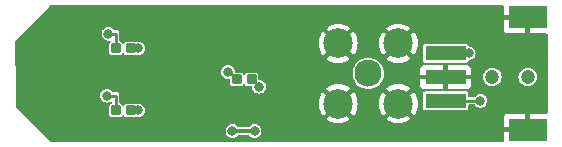
<source format=gbr>
%TF.GenerationSoftware,KiCad,Pcbnew,6.0.0-rc1-unknown-fbdb2bd91f~144~ubuntu20.04.1*%
%TF.CreationDate,2021-12-08T11:49:30+07:00*%
%TF.ProjectId,diff-probe,64696666-2d70-4726-9f62-652e6b696361,rev?*%
%TF.SameCoordinates,Original*%
%TF.FileFunction,Copper,L2,Bot*%
%TF.FilePolarity,Positive*%
%FSLAX46Y46*%
G04 Gerber Fmt 4.6, Leading zero omitted, Abs format (unit mm)*
G04 Created by KiCad (PCBNEW 6.0.0-rc1-unknown-fbdb2bd91f~144~ubuntu20.04.1) date 2021-12-08 11:49:30*
%MOMM*%
%LPD*%
G01*
G04 APERTURE LIST*
G04 Aperture macros list*
%AMRoundRect*
0 Rectangle with rounded corners*
0 $1 Rounding radius*
0 $2 $3 $4 $5 $6 $7 $8 $9 X,Y pos of 4 corners*
0 Add a 4 corners polygon primitive as box body*
4,1,4,$2,$3,$4,$5,$6,$7,$8,$9,$2,$3,0*
0 Add four circle primitives for the rounded corners*
1,1,$1+$1,$2,$3*
1,1,$1+$1,$4,$5*
1,1,$1+$1,$6,$7*
1,1,$1+$1,$8,$9*
0 Add four rect primitives between the rounded corners*
20,1,$1+$1,$2,$3,$4,$5,0*
20,1,$1+$1,$4,$5,$6,$7,0*
20,1,$1+$1,$6,$7,$8,$9,0*
20,1,$1+$1,$8,$9,$2,$3,0*%
G04 Aperture macros list end*
%TA.AperFunction,ComponentPad*%
%ADD10C,2.300000*%
%TD*%
%TA.AperFunction,ComponentPad*%
%ADD11C,2.500000*%
%TD*%
%TA.AperFunction,WasherPad*%
%ADD12C,1.200000*%
%TD*%
%TA.AperFunction,SMDPad,CuDef*%
%ADD13R,3.500000X1.200000*%
%TD*%
%TA.AperFunction,SMDPad,CuDef*%
%ADD14R,3.300000X1.900000*%
%TD*%
%TA.AperFunction,SMDPad,CuDef*%
%ADD15RoundRect,0.100000X-0.300000X-0.300000X0.300000X-0.300000X0.300000X0.300000X-0.300000X0.300000X0*%
%TD*%
%TA.AperFunction,SMDPad,CuDef*%
%ADD16RoundRect,0.100000X0.300000X0.300000X-0.300000X0.300000X-0.300000X-0.300000X0.300000X-0.300000X0*%
%TD*%
%TA.AperFunction,ViaPad*%
%ADD17C,0.800000*%
%TD*%
%TA.AperFunction,Conductor*%
%ADD18C,0.254000*%
%TD*%
%TA.AperFunction,Conductor*%
%ADD19C,0.300000*%
%TD*%
%ADD20C,0.350000*%
G04 APERTURE END LIST*
D10*
%TO.P,X2,1,1*%
%TO.N,Net-(X2-Pad1)*%
X157751100Y-98003600D03*
D11*
%TO.P,X2,2,2*%
%TO.N,GND*%
X155201200Y-95453700D03*
%TO.P,X2,3,2*%
X160301000Y-95453700D03*
%TO.P,X2,4,2*%
X160301000Y-100553500D03*
%TO.P,X2,5,2*%
X155201200Y-100553500D03*
%TD*%
D12*
%TO.P,J4,*%
%TO.N,*%
X171251100Y-98303600D03*
X168251100Y-98303600D03*
D13*
%TO.P,J4,1,1*%
%TO.N,V+*%
X164301100Y-96303600D03*
%TO.P,J4,2,2*%
%TO.N,GND*%
X164301100Y-98303600D03*
%TO.P,J4,3,3*%
%TO.N,V-*%
X164301100Y-100303600D03*
D14*
%TO.P,J4,P$4,P$1*%
%TO.N,GND*%
X171251100Y-102753600D03*
%TO.P,J4,P$5,P$1*%
X171251100Y-93253600D03*
%TD*%
D15*
%TO.P,R27,P$1,1*%
%TO.N,Net-(IC3-Pad2)*%
X136376100Y-101128600D03*
D16*
%TO.P,R27,P$2,2*%
%TO.N,Net-(IC3-Pad6)*%
X137626100Y-101128600D03*
%TD*%
D15*
%TO.P,R37,P$1,1*%
%TO.N,Net-(IC5-Pad2)*%
X136376100Y-95878600D03*
D16*
%TO.P,R37,P$2,2*%
%TO.N,Net-(IC5-Pad6)*%
X137626100Y-95878600D03*
%TD*%
D15*
%TO.P,R38,P$1,1*%
%TO.N,Net-(IC4-Pad2)*%
X146626100Y-98503600D03*
D16*
%TO.P,R38,P$2,2*%
%TO.N,Net-(IC4-Pad6)*%
X147876100Y-98503600D03*
%TD*%
D17*
%TO.N,Net-(IC3-Pad2)*%
X135626100Y-99878600D03*
%TO.N,GND*%
X172001100Y-93753600D03*
X170501100Y-103253600D03*
X172001100Y-102253600D03*
X145251100Y-101878600D03*
X170501100Y-93753600D03*
X172001100Y-103253600D03*
X131251100Y-97503600D03*
X170501100Y-92753600D03*
X150251100Y-101878600D03*
X172001100Y-92753600D03*
X154001100Y-94003600D03*
X170501100Y-102253600D03*
X131251100Y-102503600D03*
X153001100Y-97128600D03*
X144626100Y-102378600D03*
X151126100Y-101628600D03*
X142376100Y-97378600D03*
X146751100Y-93503600D03*
X142126100Y-93378600D03*
X141501100Y-98003600D03*
%TO.N,V+*%
X146251100Y-102878600D03*
X148126100Y-102878600D03*
X166251100Y-96303600D03*
%TO.N,V-*%
X167251100Y-100303600D03*
%TO.N,Net-(IC3-Pad6)*%
X138251100Y-101128600D03*
%TO.N,Net-(IC4-Pad2)*%
X145876100Y-97878600D03*
%TO.N,Net-(IC4-Pad6)*%
X148501100Y-99128600D03*
%TO.N,Net-(IC5-Pad2)*%
X135751100Y-94628600D03*
%TO.N,Net-(IC5-Pad6)*%
X138251100Y-95878600D03*
%TD*%
D18*
%TO.N,Net-(IC3-Pad2)*%
X136376100Y-99878600D02*
X135626100Y-99878600D01*
X136376100Y-101128600D02*
X136376100Y-99878600D01*
%TO.N,GND*%
X172001100Y-92753600D02*
X171251100Y-93253600D01*
X172001100Y-102253600D02*
X171251100Y-102753600D01*
X170501100Y-103253600D02*
X171251100Y-102753600D01*
X170501100Y-93753600D02*
X171251100Y-93253600D01*
X172001100Y-93753600D02*
X171251100Y-93253600D01*
X170501100Y-92753600D02*
X171251100Y-93253600D01*
X172001100Y-103253600D02*
X172001100Y-102253600D01*
X170501100Y-102253600D02*
X171251100Y-102753600D01*
D19*
%TO.N,V+*%
X146251100Y-102878600D02*
X148126100Y-102878600D01*
D18*
X164301100Y-96303600D02*
X166251100Y-96303600D01*
%TO.N,V-*%
X164301100Y-100303600D02*
X167251100Y-100303600D01*
%TO.N,Net-(IC3-Pad6)*%
X137626100Y-101128600D02*
X138251100Y-101128600D01*
%TO.N,Net-(IC4-Pad2)*%
X146001100Y-97878600D02*
X146626100Y-98503600D01*
X145876100Y-97878600D02*
X146001100Y-97878600D01*
%TO.N,Net-(IC4-Pad6)*%
X148501100Y-99128600D02*
X147876100Y-98503600D01*
%TO.N,Net-(IC5-Pad2)*%
X135751100Y-94628600D02*
X136376100Y-94628600D01*
X136376100Y-94628600D02*
X136376100Y-95878600D01*
%TO.N,Net-(IC5-Pad6)*%
X138251100Y-95878600D02*
X137626100Y-95878600D01*
%TD*%
%TA.AperFunction,Conductor*%
%TO.N,GND*%
G36*
X169170201Y-92223837D02*
G01*
X169199786Y-92275079D01*
X169201100Y-92290100D01*
X169201100Y-93038349D01*
X169205352Y-93050032D01*
X169211532Y-93053600D01*
X171364600Y-93053600D01*
X171420201Y-93073837D01*
X171449786Y-93125079D01*
X171451100Y-93140100D01*
X171451100Y-94588348D01*
X171455352Y-94600031D01*
X171461532Y-94603599D01*
X172839600Y-94603599D01*
X172895201Y-94623836D01*
X172924786Y-94675078D01*
X172926100Y-94690099D01*
X172926100Y-101317100D01*
X172905863Y-101372701D01*
X172854621Y-101402286D01*
X172839600Y-101403600D01*
X171466351Y-101403600D01*
X171454668Y-101407852D01*
X171451100Y-101414032D01*
X171451100Y-102867100D01*
X171430863Y-102922701D01*
X171379621Y-102952286D01*
X171364600Y-102953600D01*
X169216352Y-102953600D01*
X169204669Y-102957852D01*
X169201101Y-102964032D01*
X169201101Y-103717100D01*
X169180864Y-103772701D01*
X169129622Y-103802286D01*
X169114601Y-103803600D01*
X130932606Y-103803600D01*
X130887411Y-103790854D01*
X130862721Y-103775724D01*
X130851744Y-103767749D01*
X130761587Y-103690746D01*
X130761586Y-103690746D01*
X130749939Y-103680798D01*
X130746476Y-103672439D01*
X130736526Y-103668317D01*
X130727047Y-103658838D01*
X130725213Y-103656922D01*
X130724941Y-103656732D01*
X129946809Y-102878600D01*
X145667810Y-102878600D01*
X145687685Y-103029567D01*
X145745956Y-103170245D01*
X145749407Y-103174743D01*
X145749408Y-103174744D01*
X145789611Y-103227137D01*
X145838652Y-103291048D01*
X145959455Y-103383744D01*
X146100133Y-103442015D01*
X146105752Y-103442755D01*
X146105753Y-103442755D01*
X146245479Y-103461150D01*
X146251100Y-103461890D01*
X146256721Y-103461150D01*
X146396447Y-103442755D01*
X146396448Y-103442755D01*
X146402067Y-103442015D01*
X146542745Y-103383744D01*
X146663548Y-103291048D01*
X146702149Y-103240742D01*
X146752052Y-103208950D01*
X146770774Y-103206900D01*
X147606426Y-103206900D01*
X147662027Y-103227137D01*
X147675050Y-103240741D01*
X147713652Y-103291048D01*
X147834455Y-103383744D01*
X147975133Y-103442015D01*
X147980752Y-103442755D01*
X147980753Y-103442755D01*
X148120479Y-103461150D01*
X148126100Y-103461890D01*
X148131721Y-103461150D01*
X148271447Y-103442755D01*
X148271448Y-103442755D01*
X148277067Y-103442015D01*
X148417745Y-103383744D01*
X148538548Y-103291048D01*
X148587589Y-103227137D01*
X148627792Y-103174744D01*
X148627793Y-103174743D01*
X148631244Y-103170245D01*
X148689515Y-103029567D01*
X148709390Y-102878600D01*
X148689515Y-102727633D01*
X148631244Y-102586955D01*
X148603118Y-102550300D01*
X148593948Y-102538349D01*
X169201100Y-102538349D01*
X169205352Y-102550032D01*
X169211532Y-102553600D01*
X171035849Y-102553600D01*
X171047532Y-102549348D01*
X171051100Y-102543168D01*
X171051100Y-101418852D01*
X171046848Y-101407169D01*
X171040668Y-101403601D01*
X169573016Y-101403601D01*
X169566264Y-101404132D01*
X169482680Y-101417370D01*
X169469883Y-101421527D01*
X169369121Y-101472868D01*
X169358242Y-101480772D01*
X169278272Y-101560742D01*
X169270368Y-101571621D01*
X169219025Y-101672388D01*
X169214870Y-101685175D01*
X169201631Y-101768765D01*
X169201100Y-101775514D01*
X169201100Y-102538349D01*
X148593948Y-102538349D01*
X148542001Y-102470652D01*
X148538548Y-102466152D01*
X148417745Y-102373456D01*
X148277067Y-102315185D01*
X148271448Y-102314445D01*
X148271447Y-102314445D01*
X148131721Y-102296050D01*
X148126100Y-102295310D01*
X148120479Y-102296050D01*
X147980753Y-102314445D01*
X147980752Y-102314445D01*
X147975133Y-102315185D01*
X147834455Y-102373456D01*
X147713652Y-102466152D01*
X147710199Y-102470652D01*
X147675051Y-102516458D01*
X147625148Y-102548250D01*
X147606426Y-102550300D01*
X146770774Y-102550300D01*
X146715173Y-102530063D01*
X146702149Y-102516458D01*
X146667001Y-102470652D01*
X146663548Y-102466152D01*
X146542745Y-102373456D01*
X146402067Y-102315185D01*
X146396448Y-102314445D01*
X146396447Y-102314445D01*
X146256721Y-102296050D01*
X146251100Y-102295310D01*
X146245479Y-102296050D01*
X146105753Y-102314445D01*
X146105752Y-102314445D01*
X146100133Y-102315185D01*
X145959455Y-102373456D01*
X145838652Y-102466152D01*
X145835199Y-102470652D01*
X145774083Y-102550300D01*
X145745956Y-102586955D01*
X145687685Y-102727633D01*
X145667810Y-102878600D01*
X129946809Y-102878600D01*
X128922819Y-101854609D01*
X154188947Y-101854609D01*
X154190421Y-101860108D01*
X154225775Y-101890303D01*
X154231253Y-101894282D01*
X154446900Y-102026431D01*
X154452936Y-102029506D01*
X154686609Y-102126297D01*
X154693048Y-102128389D01*
X154938983Y-102187432D01*
X154945672Y-102188492D01*
X155197807Y-102208335D01*
X155204593Y-102208335D01*
X155456728Y-102188492D01*
X155463417Y-102187432D01*
X155709352Y-102128389D01*
X155715791Y-102126297D01*
X155949464Y-102029506D01*
X155955500Y-102026431D01*
X156171147Y-101894282D01*
X156176625Y-101890303D01*
X156207385Y-101864031D01*
X156212716Y-101854609D01*
X159288747Y-101854609D01*
X159290221Y-101860108D01*
X159325575Y-101890303D01*
X159331053Y-101894282D01*
X159546700Y-102026431D01*
X159552736Y-102029506D01*
X159786409Y-102126297D01*
X159792848Y-102128389D01*
X160038783Y-102187432D01*
X160045472Y-102188492D01*
X160297607Y-102208335D01*
X160304393Y-102208335D01*
X160556528Y-102188492D01*
X160563217Y-102187432D01*
X160809152Y-102128389D01*
X160815591Y-102126297D01*
X161049264Y-102029506D01*
X161055300Y-102026431D01*
X161270947Y-101894282D01*
X161276425Y-101890303D01*
X161307185Y-101864031D01*
X161313308Y-101853209D01*
X161312271Y-101847614D01*
X160311785Y-100847128D01*
X160300517Y-100841873D01*
X160293622Y-100843721D01*
X159294002Y-101843341D01*
X159288747Y-101854609D01*
X156212716Y-101854609D01*
X156213508Y-101853209D01*
X156212471Y-101847614D01*
X155211985Y-100847128D01*
X155200717Y-100841873D01*
X155193822Y-100843721D01*
X154194202Y-101843341D01*
X154188947Y-101854609D01*
X128922819Y-101854609D01*
X127970551Y-100902341D01*
X127945234Y-100842941D01*
X127925554Y-99878600D01*
X135042810Y-99878600D01*
X135062685Y-100029567D01*
X135120956Y-100170245D01*
X135213652Y-100291048D01*
X135334455Y-100383744D01*
X135475133Y-100442015D01*
X135480752Y-100442755D01*
X135480753Y-100442755D01*
X135620479Y-100461150D01*
X135626100Y-100461890D01*
X135631721Y-100461150D01*
X135771447Y-100442755D01*
X135771448Y-100442755D01*
X135777067Y-100442015D01*
X135917745Y-100383744D01*
X135931641Y-100373081D01*
X135988071Y-100355287D01*
X136042737Y-100377929D01*
X136070060Y-100430413D01*
X136070800Y-100441705D01*
X136070800Y-100471681D01*
X136050563Y-100527282D01*
X136010421Y-100553038D01*
X136010487Y-100553187D01*
X135975288Y-100568822D01*
X135923040Y-100592029D01*
X135923038Y-100592031D01*
X135915738Y-100595273D01*
X135842493Y-100668646D01*
X135800573Y-100763468D01*
X135797800Y-100787251D01*
X135797801Y-101469948D01*
X135800687Y-101494213D01*
X135803321Y-101500144D01*
X135803322Y-101500146D01*
X135839529Y-101581660D01*
X135839530Y-101581661D01*
X135842773Y-101588962D01*
X135848428Y-101594607D01*
X135910201Y-101656272D01*
X135916146Y-101662207D01*
X136010968Y-101704127D01*
X136034751Y-101706900D01*
X136372058Y-101706900D01*
X136717448Y-101706899D01*
X136719983Y-101706597D01*
X136719991Y-101706597D01*
X136727870Y-101705659D01*
X136741713Y-101704013D01*
X136747644Y-101701379D01*
X136747646Y-101701378D01*
X136829160Y-101665171D01*
X136829162Y-101665169D01*
X136836462Y-101661927D01*
X136909707Y-101588554D01*
X136922006Y-101560734D01*
X136962996Y-101518062D01*
X137021825Y-101511723D01*
X137070966Y-101544680D01*
X137080172Y-101560593D01*
X137092773Y-101588962D01*
X137098428Y-101594607D01*
X137160201Y-101656272D01*
X137166146Y-101662207D01*
X137260968Y-101704127D01*
X137284751Y-101706900D01*
X137622058Y-101706900D01*
X137967448Y-101706899D01*
X137969983Y-101706597D01*
X137969991Y-101706597D01*
X137977870Y-101705659D01*
X137991713Y-101704013D01*
X137997644Y-101701379D01*
X137997646Y-101701378D01*
X138024085Y-101689634D01*
X138083114Y-101685558D01*
X138092287Y-101688765D01*
X138100133Y-101692015D01*
X138105752Y-101692755D01*
X138105753Y-101692755D01*
X138245479Y-101711150D01*
X138251100Y-101711890D01*
X138256721Y-101711150D01*
X138396447Y-101692755D01*
X138396448Y-101692755D01*
X138402067Y-101692015D01*
X138542745Y-101633744D01*
X138601638Y-101588554D01*
X138659048Y-101544501D01*
X138663548Y-101541048D01*
X138756244Y-101420245D01*
X138814515Y-101279567D01*
X138834390Y-101128600D01*
X138814515Y-100977633D01*
X138756244Y-100836955D01*
X138739948Y-100815717D01*
X138667001Y-100720652D01*
X138663548Y-100716152D01*
X138611156Y-100675950D01*
X138547244Y-100626908D01*
X138547243Y-100626907D01*
X138542745Y-100623456D01*
X138402067Y-100565185D01*
X138396448Y-100564445D01*
X138396447Y-100564445D01*
X138339083Y-100556893D01*
X153546365Y-100556893D01*
X153566208Y-100809028D01*
X153567268Y-100815717D01*
X153626311Y-101061652D01*
X153628403Y-101068091D01*
X153725194Y-101301764D01*
X153728269Y-101307800D01*
X153860418Y-101523447D01*
X153864397Y-101528925D01*
X153890669Y-101559685D01*
X153901491Y-101565808D01*
X153907086Y-101564771D01*
X154907572Y-100564285D01*
X154912376Y-100553983D01*
X155489573Y-100553983D01*
X155491421Y-100560878D01*
X156491041Y-101560498D01*
X156502309Y-101565753D01*
X156507808Y-101564279D01*
X156538003Y-101528925D01*
X156541982Y-101523447D01*
X156674131Y-101307800D01*
X156677206Y-101301764D01*
X156773997Y-101068091D01*
X156776089Y-101061652D01*
X156835132Y-100815717D01*
X156836192Y-100809028D01*
X156856035Y-100556893D01*
X158646165Y-100556893D01*
X158666008Y-100809028D01*
X158667068Y-100815717D01*
X158726111Y-101061652D01*
X158728203Y-101068091D01*
X158824994Y-101301764D01*
X158828069Y-101307800D01*
X158960218Y-101523447D01*
X158964197Y-101528925D01*
X158990469Y-101559685D01*
X159001291Y-101565808D01*
X159006886Y-101564771D01*
X160007372Y-100564285D01*
X160012176Y-100553983D01*
X160589373Y-100553983D01*
X160591221Y-100560878D01*
X161590841Y-101560498D01*
X161602109Y-101565753D01*
X161607608Y-101564279D01*
X161637803Y-101528925D01*
X161641782Y-101523447D01*
X161773931Y-101307800D01*
X161777006Y-101301764D01*
X161873797Y-101068091D01*
X161875889Y-101061652D01*
X161934932Y-100815717D01*
X161935992Y-100809028D01*
X161955835Y-100556893D01*
X161955835Y-100550107D01*
X161935992Y-100297972D01*
X161934932Y-100291283D01*
X161875889Y-100045348D01*
X161873797Y-100038909D01*
X161777006Y-99805236D01*
X161773931Y-99799200D01*
X161704586Y-99686039D01*
X162372800Y-99686039D01*
X162372801Y-100921160D01*
X162383145Y-100973169D01*
X162422553Y-101032147D01*
X162481531Y-101071555D01*
X162533539Y-101081900D01*
X164300683Y-101081900D01*
X166068660Y-101081899D01*
X166120669Y-101071555D01*
X166179647Y-101032147D01*
X166219055Y-100973169D01*
X166229400Y-100921161D01*
X166229400Y-100695400D01*
X166249637Y-100639799D01*
X166300879Y-100610214D01*
X166315900Y-100608900D01*
X166713777Y-100608900D01*
X166769378Y-100629137D01*
X166782402Y-100642742D01*
X166838652Y-100716048D01*
X166843152Y-100719501D01*
X166906580Y-100768171D01*
X166959455Y-100808744D01*
X167100133Y-100867015D01*
X167105752Y-100867755D01*
X167105753Y-100867755D01*
X167245479Y-100886150D01*
X167251100Y-100886890D01*
X167256721Y-100886150D01*
X167396447Y-100867755D01*
X167396448Y-100867755D01*
X167402067Y-100867015D01*
X167542745Y-100808744D01*
X167595621Y-100768171D01*
X167659048Y-100719501D01*
X167663548Y-100716048D01*
X167694315Y-100675952D01*
X167752792Y-100599744D01*
X167752793Y-100599743D01*
X167756244Y-100595245D01*
X167814515Y-100454567D01*
X167816168Y-100442015D01*
X167833650Y-100309221D01*
X167834390Y-100303600D01*
X167814515Y-100152633D01*
X167756244Y-100011955D01*
X167689202Y-99924584D01*
X167667001Y-99895652D01*
X167663548Y-99891152D01*
X167542745Y-99798456D01*
X167402067Y-99740185D01*
X167396448Y-99739445D01*
X167396447Y-99739445D01*
X167256721Y-99721050D01*
X167251100Y-99720310D01*
X167245479Y-99721050D01*
X167105753Y-99739445D01*
X167105752Y-99739445D01*
X167100133Y-99740185D01*
X166959455Y-99798456D01*
X166838652Y-99891152D01*
X166835199Y-99895652D01*
X166782402Y-99964458D01*
X166732499Y-99996250D01*
X166713777Y-99998300D01*
X166315899Y-99998300D01*
X166260298Y-99978063D01*
X166230713Y-99926821D01*
X166229399Y-99911800D01*
X166229399Y-99686040D01*
X166219055Y-99634031D01*
X166179647Y-99575053D01*
X166120669Y-99535645D01*
X166068661Y-99525300D01*
X164301517Y-99525300D01*
X162533540Y-99525301D01*
X162481531Y-99535645D01*
X162422553Y-99575053D01*
X162383145Y-99634031D01*
X162372800Y-99686039D01*
X161704586Y-99686039D01*
X161641782Y-99583553D01*
X161637803Y-99578075D01*
X161611531Y-99547315D01*
X161600709Y-99541192D01*
X161595114Y-99542229D01*
X160594628Y-100542715D01*
X160589373Y-100553983D01*
X160012176Y-100553983D01*
X160012627Y-100553017D01*
X160010779Y-100546122D01*
X159011159Y-99546502D01*
X158999891Y-99541247D01*
X158994392Y-99542721D01*
X158964197Y-99578075D01*
X158960218Y-99583553D01*
X158828069Y-99799200D01*
X158824994Y-99805236D01*
X158728203Y-100038909D01*
X158726111Y-100045348D01*
X158667068Y-100291283D01*
X158666008Y-100297972D01*
X158646165Y-100550107D01*
X158646165Y-100556893D01*
X156856035Y-100556893D01*
X156856035Y-100550107D01*
X156836192Y-100297972D01*
X156835132Y-100291283D01*
X156776089Y-100045348D01*
X156773997Y-100038909D01*
X156677206Y-99805236D01*
X156674131Y-99799200D01*
X156541982Y-99583553D01*
X156538003Y-99578075D01*
X156511731Y-99547315D01*
X156500909Y-99541192D01*
X156495314Y-99542229D01*
X155494828Y-100542715D01*
X155489573Y-100553983D01*
X154912376Y-100553983D01*
X154912827Y-100553017D01*
X154910979Y-100546122D01*
X153911359Y-99546502D01*
X153900091Y-99541247D01*
X153894592Y-99542721D01*
X153864397Y-99578075D01*
X153860418Y-99583553D01*
X153728269Y-99799200D01*
X153725194Y-99805236D01*
X153628403Y-100038909D01*
X153626311Y-100045348D01*
X153567268Y-100291283D01*
X153566208Y-100297972D01*
X153546365Y-100550107D01*
X153546365Y-100556893D01*
X138339083Y-100556893D01*
X138256721Y-100546050D01*
X138251100Y-100545310D01*
X138245479Y-100546050D01*
X138105753Y-100564445D01*
X138105752Y-100564445D01*
X138100133Y-100565185D01*
X138092263Y-100568445D01*
X138090546Y-100568520D01*
X138089419Y-100568822D01*
X138089352Y-100568572D01*
X138033151Y-100571025D01*
X138024186Y-100567642D01*
X138023535Y-100567354D01*
X137991232Y-100553073D01*
X137984772Y-100552320D01*
X137984769Y-100552319D01*
X137969936Y-100550590D01*
X137967449Y-100550300D01*
X137630142Y-100550300D01*
X137284752Y-100550301D01*
X137282217Y-100550603D01*
X137282209Y-100550603D01*
X137274330Y-100551541D01*
X137260487Y-100553187D01*
X137254556Y-100555821D01*
X137254554Y-100555822D01*
X137173040Y-100592029D01*
X137173038Y-100592031D01*
X137165738Y-100595273D01*
X137092493Y-100668646D01*
X137089264Y-100675950D01*
X137089263Y-100675952D01*
X137080194Y-100696466D01*
X137039204Y-100739138D01*
X136980375Y-100745477D01*
X136931234Y-100712520D01*
X136922028Y-100696607D01*
X136912670Y-100675539D01*
X136909427Y-100668238D01*
X136849985Y-100608900D01*
X136841707Y-100600636D01*
X136836054Y-100594993D01*
X136743291Y-100553983D01*
X136741232Y-100553073D01*
X136741465Y-100552546D01*
X136696826Y-100520997D01*
X136681400Y-100471694D01*
X136681400Y-99934322D01*
X136682781Y-99924584D01*
X136682205Y-99924527D01*
X136682984Y-99916580D01*
X136685206Y-99908908D01*
X136681723Y-99868694D01*
X136681400Y-99861230D01*
X136681400Y-99850207D01*
X136679783Y-99841522D01*
X136678646Y-99833166D01*
X136676081Y-99803555D01*
X136675392Y-99795599D01*
X136671886Y-99788426D01*
X136669945Y-99781427D01*
X136667327Y-99774642D01*
X136665864Y-99766789D01*
X136646077Y-99734688D01*
X136642001Y-99727289D01*
X136638589Y-99720310D01*
X136625445Y-99693420D01*
X136619590Y-99687989D01*
X136615255Y-99682152D01*
X136610375Y-99676770D01*
X136606185Y-99669972D01*
X136576177Y-99647153D01*
X136569708Y-99641716D01*
X136547917Y-99621502D01*
X136547916Y-99621501D01*
X136542063Y-99616072D01*
X136534645Y-99613112D01*
X136528506Y-99609232D01*
X136522013Y-99605966D01*
X136515653Y-99601130D01*
X136479438Y-99590642D01*
X136471448Y-99587899D01*
X136469082Y-99586955D01*
X136436427Y-99573927D01*
X136430032Y-99573300D01*
X136427947Y-99573300D01*
X136422045Y-99572316D01*
X136422027Y-99572495D01*
X136414080Y-99571716D01*
X136406408Y-99569494D01*
X136398451Y-99570183D01*
X136398450Y-99570183D01*
X136366194Y-99572977D01*
X136358730Y-99573300D01*
X136163423Y-99573300D01*
X136107822Y-99553063D01*
X136094798Y-99539458D01*
X136042001Y-99470652D01*
X136038548Y-99466152D01*
X136034048Y-99462699D01*
X135922244Y-99376908D01*
X135922243Y-99376907D01*
X135917745Y-99373456D01*
X135777067Y-99315185D01*
X135771448Y-99314445D01*
X135771447Y-99314445D01*
X135631721Y-99296050D01*
X135626100Y-99295310D01*
X135620479Y-99296050D01*
X135480753Y-99314445D01*
X135480752Y-99314445D01*
X135475133Y-99315185D01*
X135334455Y-99373456D01*
X135329957Y-99376907D01*
X135329956Y-99376908D01*
X135218152Y-99462699D01*
X135213652Y-99466152D01*
X135210199Y-99470652D01*
X135132052Y-99572495D01*
X135120956Y-99586955D01*
X135062685Y-99727633D01*
X135061945Y-99733252D01*
X135061945Y-99733253D01*
X135060747Y-99742354D01*
X135042810Y-99878600D01*
X127925554Y-99878600D01*
X127884738Y-97878600D01*
X145292810Y-97878600D01*
X145312685Y-98029567D01*
X145370956Y-98170245D01*
X145463652Y-98291048D01*
X145584455Y-98383744D01*
X145725133Y-98442015D01*
X145730752Y-98442755D01*
X145730753Y-98442755D01*
X145870479Y-98461150D01*
X145876100Y-98461890D01*
X145881721Y-98461150D01*
X145950010Y-98452160D01*
X146007777Y-98464967D01*
X146043797Y-98511909D01*
X146047800Y-98537920D01*
X146047801Y-98712699D01*
X146047801Y-98844948D01*
X146050687Y-98869213D01*
X146053321Y-98875144D01*
X146053322Y-98875146D01*
X146089529Y-98956660D01*
X146089530Y-98956661D01*
X146092773Y-98963962D01*
X146098428Y-98969607D01*
X146160201Y-99031272D01*
X146166146Y-99037207D01*
X146260968Y-99079127D01*
X146267426Y-99079880D01*
X146274507Y-99080706D01*
X146284751Y-99081900D01*
X146622058Y-99081900D01*
X146967448Y-99081899D01*
X146969983Y-99081597D01*
X146969991Y-99081597D01*
X146978630Y-99080569D01*
X146991713Y-99079013D01*
X146997644Y-99076379D01*
X146997646Y-99076378D01*
X147079160Y-99040171D01*
X147079162Y-99040169D01*
X147086462Y-99036927D01*
X147145653Y-98977633D01*
X147154064Y-98969207D01*
X147159707Y-98963554D01*
X147172006Y-98935734D01*
X147212996Y-98893062D01*
X147271825Y-98886723D01*
X147320966Y-98919680D01*
X147330172Y-98935593D01*
X147342773Y-98963962D01*
X147348428Y-98969607D01*
X147410201Y-99031272D01*
X147416146Y-99037207D01*
X147510968Y-99079127D01*
X147517426Y-99079880D01*
X147524507Y-99080706D01*
X147534751Y-99081900D01*
X147545501Y-99081900D01*
X147835804Y-99081899D01*
X147891404Y-99102136D01*
X147921563Y-99157108D01*
X147935591Y-99263659D01*
X147937685Y-99279567D01*
X147995956Y-99420245D01*
X148088652Y-99541048D01*
X148093152Y-99544501D01*
X148200596Y-99626946D01*
X148209455Y-99633744D01*
X148350133Y-99692015D01*
X148355752Y-99692755D01*
X148355753Y-99692755D01*
X148495479Y-99711150D01*
X148501100Y-99711890D01*
X148506721Y-99711150D01*
X148646447Y-99692755D01*
X148646448Y-99692755D01*
X148652067Y-99692015D01*
X148792745Y-99633744D01*
X148801605Y-99626946D01*
X148909048Y-99544501D01*
X148913548Y-99541048D01*
X149006244Y-99420245D01*
X149064515Y-99279567D01*
X149067909Y-99253791D01*
X154188892Y-99253791D01*
X154189929Y-99259386D01*
X155190415Y-100259872D01*
X155201683Y-100265127D01*
X155208578Y-100263279D01*
X156208198Y-99263659D01*
X156213453Y-99252391D01*
X156211979Y-99246892D01*
X156176625Y-99216697D01*
X156171147Y-99212718D01*
X155955500Y-99080569D01*
X155949464Y-99077494D01*
X155715791Y-98980703D01*
X155709352Y-98978611D01*
X155463417Y-98919568D01*
X155456728Y-98918508D01*
X155204593Y-98898665D01*
X155197807Y-98898665D01*
X154945672Y-98918508D01*
X154938983Y-98919568D01*
X154693048Y-98978611D01*
X154686609Y-98980703D01*
X154452936Y-99077494D01*
X154446900Y-99080569D01*
X154231253Y-99212718D01*
X154225775Y-99216697D01*
X154195015Y-99242969D01*
X154188892Y-99253791D01*
X149067909Y-99253791D01*
X149083650Y-99134221D01*
X149084390Y-99128600D01*
X149067815Y-99002696D01*
X149065255Y-98983253D01*
X149065255Y-98983252D01*
X149064515Y-98977633D01*
X149006244Y-98836955D01*
X148913548Y-98716152D01*
X148842469Y-98661611D01*
X148797244Y-98626908D01*
X148797243Y-98626907D01*
X148792745Y-98623456D01*
X148652067Y-98565185D01*
X148646450Y-98564445D01*
X148646448Y-98564445D01*
X148529609Y-98549063D01*
X148477125Y-98521741D01*
X148454400Y-98463303D01*
X148454399Y-98164816D01*
X148454399Y-98162252D01*
X148451513Y-98137987D01*
X148448000Y-98130078D01*
X148412671Y-98050540D01*
X148412669Y-98050538D01*
X148409427Y-98043238D01*
X148369720Y-98003600D01*
X156417726Y-98003600D01*
X156418055Y-98007360D01*
X156432306Y-98170245D01*
X156437983Y-98235138D01*
X156498138Y-98459641D01*
X156499732Y-98463060D01*
X156499733Y-98463062D01*
X156518636Y-98503600D01*
X156596364Y-98670287D01*
X156598526Y-98673375D01*
X156598528Y-98673378D01*
X156727509Y-98857582D01*
X156727512Y-98857586D01*
X156729676Y-98860676D01*
X156894024Y-99025024D01*
X156897114Y-99027188D01*
X156897118Y-99027191D01*
X157067449Y-99146458D01*
X157084413Y-99158336D01*
X157087830Y-99159929D01*
X157087831Y-99159930D01*
X157291638Y-99254967D01*
X157291640Y-99254968D01*
X157295059Y-99256562D01*
X157298704Y-99257539D01*
X157298705Y-99257539D01*
X157359941Y-99273947D01*
X157519562Y-99316717D01*
X157523318Y-99317046D01*
X157523320Y-99317046D01*
X157747340Y-99336645D01*
X157751100Y-99336974D01*
X157754860Y-99336645D01*
X157978880Y-99317046D01*
X157978882Y-99317046D01*
X157982638Y-99316717D01*
X158142259Y-99273947D01*
X158203495Y-99257539D01*
X158203496Y-99257539D01*
X158207141Y-99256562D01*
X158210560Y-99254968D01*
X158210562Y-99254967D01*
X158213084Y-99253791D01*
X159288692Y-99253791D01*
X159289729Y-99259386D01*
X160290215Y-100259872D01*
X160301483Y-100265127D01*
X160308378Y-100263279D01*
X161307998Y-99263659D01*
X161313253Y-99252391D01*
X161311779Y-99246892D01*
X161276425Y-99216697D01*
X161270947Y-99212718D01*
X161055300Y-99080569D01*
X161049264Y-99077494D01*
X160815591Y-98980703D01*
X160809152Y-98978611D01*
X160613684Y-98931684D01*
X162151101Y-98931684D01*
X162151632Y-98938436D01*
X162164870Y-99022020D01*
X162169027Y-99034817D01*
X162220368Y-99135579D01*
X162228272Y-99146458D01*
X162308242Y-99226428D01*
X162319121Y-99234332D01*
X162419888Y-99285675D01*
X162432675Y-99289830D01*
X162516265Y-99303069D01*
X162523014Y-99303600D01*
X164085849Y-99303600D01*
X164097532Y-99299348D01*
X164101100Y-99293168D01*
X164101100Y-99288348D01*
X164501100Y-99288348D01*
X164505352Y-99300031D01*
X164511532Y-99303599D01*
X166079184Y-99303599D01*
X166085936Y-99303068D01*
X166169520Y-99289830D01*
X166182317Y-99285673D01*
X166283079Y-99234332D01*
X166293958Y-99226428D01*
X166373928Y-99146458D01*
X166381832Y-99135579D01*
X166433175Y-99034812D01*
X166437330Y-99022025D01*
X166450569Y-98938435D01*
X166451100Y-98931686D01*
X166451100Y-98518851D01*
X166446848Y-98507168D01*
X166440668Y-98503600D01*
X164516351Y-98503600D01*
X164504668Y-98507852D01*
X164501100Y-98514032D01*
X164501100Y-99288348D01*
X164101100Y-99288348D01*
X164101100Y-98518851D01*
X164096848Y-98507168D01*
X164090668Y-98503600D01*
X162166352Y-98503600D01*
X162154669Y-98507852D01*
X162151101Y-98514032D01*
X162151101Y-98931684D01*
X160613684Y-98931684D01*
X160563217Y-98919568D01*
X160556528Y-98918508D01*
X160304393Y-98898665D01*
X160297607Y-98898665D01*
X160045472Y-98918508D01*
X160038783Y-98919568D01*
X159792848Y-98978611D01*
X159786409Y-98980703D01*
X159552736Y-99077494D01*
X159546700Y-99080569D01*
X159331053Y-99212718D01*
X159325575Y-99216697D01*
X159294815Y-99242969D01*
X159288692Y-99253791D01*
X158213084Y-99253791D01*
X158414369Y-99159930D01*
X158414370Y-99159929D01*
X158417787Y-99158336D01*
X158434751Y-99146458D01*
X158605082Y-99027191D01*
X158605086Y-99027188D01*
X158608176Y-99025024D01*
X158772524Y-98860676D01*
X158774688Y-98857586D01*
X158774691Y-98857582D01*
X158903672Y-98673378D01*
X158903674Y-98673375D01*
X158905836Y-98670287D01*
X158983564Y-98503600D01*
X159002467Y-98463062D01*
X159002468Y-98463060D01*
X159004062Y-98459641D01*
X159048803Y-98292664D01*
X167467951Y-98292664D01*
X167468423Y-98297478D01*
X167468423Y-98297482D01*
X167484323Y-98459641D01*
X167484990Y-98466442D01*
X167486515Y-98471025D01*
X167486515Y-98471027D01*
X167538579Y-98627535D01*
X167540106Y-98632125D01*
X167630559Y-98781481D01*
X167633917Y-98784958D01*
X167732191Y-98886723D01*
X167751854Y-98907085D01*
X167755898Y-98909731D01*
X167755900Y-98909733D01*
X167893920Y-99000052D01*
X167893923Y-99000053D01*
X167897961Y-99002696D01*
X167902488Y-99004380D01*
X167902489Y-99004380D01*
X167999442Y-99040436D01*
X168061621Y-99063560D01*
X168066416Y-99064200D01*
X168066417Y-99064200D01*
X168104888Y-99069333D01*
X168234697Y-99086653D01*
X168239511Y-99086215D01*
X168239514Y-99086215D01*
X168321643Y-99078740D01*
X168408589Y-99070828D01*
X168413189Y-99069333D01*
X168413191Y-99069333D01*
X168570051Y-99018366D01*
X168570054Y-99018365D01*
X168574654Y-99016870D01*
X168724637Y-98927462D01*
X168851085Y-98807047D01*
X168947713Y-98661611D01*
X168984623Y-98564445D01*
X169008002Y-98502901D01*
X169008003Y-98502898D01*
X169009719Y-98498380D01*
X169034020Y-98325469D01*
X169034325Y-98303600D01*
X169033305Y-98294501D01*
X169033099Y-98292664D01*
X170467951Y-98292664D01*
X170468423Y-98297478D01*
X170468423Y-98297482D01*
X170484323Y-98459641D01*
X170484990Y-98466442D01*
X170486515Y-98471025D01*
X170486515Y-98471027D01*
X170538579Y-98627535D01*
X170540106Y-98632125D01*
X170630559Y-98781481D01*
X170633917Y-98784958D01*
X170732191Y-98886723D01*
X170751854Y-98907085D01*
X170755898Y-98909731D01*
X170755900Y-98909733D01*
X170893920Y-99000052D01*
X170893923Y-99000053D01*
X170897961Y-99002696D01*
X170902488Y-99004380D01*
X170902489Y-99004380D01*
X170999442Y-99040436D01*
X171061621Y-99063560D01*
X171066416Y-99064200D01*
X171066417Y-99064200D01*
X171104888Y-99069333D01*
X171234697Y-99086653D01*
X171239511Y-99086215D01*
X171239514Y-99086215D01*
X171321643Y-99078740D01*
X171408589Y-99070828D01*
X171413189Y-99069333D01*
X171413191Y-99069333D01*
X171570051Y-99018366D01*
X171570054Y-99018365D01*
X171574654Y-99016870D01*
X171724637Y-98927462D01*
X171851085Y-98807047D01*
X171947713Y-98661611D01*
X171984623Y-98564445D01*
X172008002Y-98502901D01*
X172008003Y-98502898D01*
X172009719Y-98498380D01*
X172034020Y-98325469D01*
X172034325Y-98303600D01*
X172033305Y-98294501D01*
X172015400Y-98134884D01*
X172014861Y-98130078D01*
X171957438Y-97965180D01*
X171864908Y-97817102D01*
X171741872Y-97693203D01*
X171594443Y-97599642D01*
X171517890Y-97572383D01*
X171434509Y-97542692D01*
X171434506Y-97542691D01*
X171429950Y-97541069D01*
X171343259Y-97530731D01*
X171261375Y-97520967D01*
X171261373Y-97520967D01*
X171256568Y-97520394D01*
X171215169Y-97524745D01*
X171087724Y-97538140D01*
X171087720Y-97538141D01*
X171082914Y-97538646D01*
X171046022Y-97551205D01*
X170922195Y-97593359D01*
X170922193Y-97593360D01*
X170917619Y-97594917D01*
X170768899Y-97686410D01*
X170644144Y-97808579D01*
X170641528Y-97812639D01*
X170641525Y-97812642D01*
X170595396Y-97884221D01*
X170549556Y-97955351D01*
X170547901Y-97959898D01*
X170547900Y-97959900D01*
X170495598Y-98103600D01*
X170489836Y-98119431D01*
X170467951Y-98292664D01*
X169033099Y-98292664D01*
X169015400Y-98134884D01*
X169014861Y-98130078D01*
X168957438Y-97965180D01*
X168864908Y-97817102D01*
X168741872Y-97693203D01*
X168594443Y-97599642D01*
X168517890Y-97572383D01*
X168434509Y-97542692D01*
X168434506Y-97542691D01*
X168429950Y-97541069D01*
X168343259Y-97530731D01*
X168261375Y-97520967D01*
X168261373Y-97520967D01*
X168256568Y-97520394D01*
X168215169Y-97524745D01*
X168087724Y-97538140D01*
X168087720Y-97538141D01*
X168082914Y-97538646D01*
X168046022Y-97551205D01*
X167922195Y-97593359D01*
X167922193Y-97593360D01*
X167917619Y-97594917D01*
X167768899Y-97686410D01*
X167644144Y-97808579D01*
X167641528Y-97812639D01*
X167641525Y-97812642D01*
X167595396Y-97884221D01*
X167549556Y-97955351D01*
X167547901Y-97959898D01*
X167547900Y-97959900D01*
X167495598Y-98103600D01*
X167489836Y-98119431D01*
X167467951Y-98292664D01*
X159048803Y-98292664D01*
X159064217Y-98235138D01*
X159069895Y-98170245D01*
X159077060Y-98088349D01*
X162151100Y-98088349D01*
X162155352Y-98100032D01*
X162161532Y-98103600D01*
X164085849Y-98103600D01*
X164097532Y-98099348D01*
X164101100Y-98093168D01*
X164101100Y-98088349D01*
X164501100Y-98088349D01*
X164505352Y-98100032D01*
X164511532Y-98103600D01*
X166435848Y-98103600D01*
X166447531Y-98099348D01*
X166451099Y-98093168D01*
X166451099Y-97675516D01*
X166450568Y-97668764D01*
X166437330Y-97585180D01*
X166433173Y-97572383D01*
X166381832Y-97471621D01*
X166373928Y-97460742D01*
X166293958Y-97380772D01*
X166283079Y-97372868D01*
X166182312Y-97321525D01*
X166169525Y-97317370D01*
X166085935Y-97304131D01*
X166079186Y-97303600D01*
X164516351Y-97303600D01*
X164504668Y-97307852D01*
X164501100Y-97314032D01*
X164501100Y-98088349D01*
X164101100Y-98088349D01*
X164101100Y-97318852D01*
X164096848Y-97307169D01*
X164090668Y-97303601D01*
X162523016Y-97303601D01*
X162516264Y-97304132D01*
X162432680Y-97317370D01*
X162419883Y-97321527D01*
X162319121Y-97372868D01*
X162308242Y-97380772D01*
X162228272Y-97460742D01*
X162220368Y-97471621D01*
X162169025Y-97572388D01*
X162164870Y-97585175D01*
X162151631Y-97668765D01*
X162151100Y-97675514D01*
X162151100Y-98088349D01*
X159077060Y-98088349D01*
X159084145Y-98007360D01*
X159084474Y-98003600D01*
X159068516Y-97821201D01*
X159064546Y-97775820D01*
X159064546Y-97775818D01*
X159064217Y-97772062D01*
X159004062Y-97547559D01*
X159001793Y-97542692D01*
X158907430Y-97340331D01*
X158907429Y-97340330D01*
X158905836Y-97336913D01*
X158895063Y-97321527D01*
X158774691Y-97149618D01*
X158774688Y-97149614D01*
X158772524Y-97146524D01*
X158608176Y-96982176D01*
X158605086Y-96980012D01*
X158605082Y-96980009D01*
X158420878Y-96851028D01*
X158420875Y-96851026D01*
X158417787Y-96848864D01*
X158292632Y-96790503D01*
X158216086Y-96754809D01*
X159288747Y-96754809D01*
X159290221Y-96760308D01*
X159325575Y-96790503D01*
X159331053Y-96794482D01*
X159546700Y-96926631D01*
X159552736Y-96929706D01*
X159786409Y-97026497D01*
X159792848Y-97028589D01*
X160038783Y-97087632D01*
X160045472Y-97088692D01*
X160297607Y-97108535D01*
X160304393Y-97108535D01*
X160556528Y-97088692D01*
X160563217Y-97087632D01*
X160809152Y-97028589D01*
X160815591Y-97026497D01*
X161049264Y-96929706D01*
X161055300Y-96926631D01*
X161270947Y-96794482D01*
X161276425Y-96790503D01*
X161307185Y-96764231D01*
X161313308Y-96753409D01*
X161312271Y-96747814D01*
X160311785Y-95747328D01*
X160300517Y-95742073D01*
X160293622Y-95743921D01*
X159294002Y-96743541D01*
X159288747Y-96754809D01*
X158216086Y-96754809D01*
X158210562Y-96752233D01*
X158210560Y-96752232D01*
X158207141Y-96750638D01*
X158180655Y-96743541D01*
X158090935Y-96719501D01*
X157982638Y-96690483D01*
X157978882Y-96690154D01*
X157978880Y-96690154D01*
X157754860Y-96670555D01*
X157751100Y-96670226D01*
X157747340Y-96670555D01*
X157523320Y-96690154D01*
X157523318Y-96690154D01*
X157519562Y-96690483D01*
X157411265Y-96719501D01*
X157321546Y-96743541D01*
X157295059Y-96750638D01*
X157291640Y-96752232D01*
X157291638Y-96752233D01*
X157209568Y-96790503D01*
X157084413Y-96848864D01*
X157081325Y-96851026D01*
X157081322Y-96851028D01*
X156897118Y-96980009D01*
X156897114Y-96980012D01*
X156894024Y-96982176D01*
X156729676Y-97146524D01*
X156727512Y-97149614D01*
X156727509Y-97149618D01*
X156607137Y-97321527D01*
X156596364Y-97336913D01*
X156594771Y-97340330D01*
X156594770Y-97340331D01*
X156500408Y-97542692D01*
X156498138Y-97547559D01*
X156437983Y-97772062D01*
X156437654Y-97775818D01*
X156437654Y-97775820D01*
X156433684Y-97821201D01*
X156417726Y-98003600D01*
X148369720Y-98003600D01*
X148365953Y-97999840D01*
X148341707Y-97975636D01*
X148336054Y-97969993D01*
X148241232Y-97928073D01*
X148217449Y-97925300D01*
X147880142Y-97925300D01*
X147534752Y-97925301D01*
X147532217Y-97925603D01*
X147532209Y-97925603D01*
X147524330Y-97926541D01*
X147510487Y-97928187D01*
X147504556Y-97930821D01*
X147504554Y-97930822D01*
X147423040Y-97967029D01*
X147423038Y-97967031D01*
X147415738Y-97970273D01*
X147410093Y-97975928D01*
X147351321Y-98034803D01*
X147342493Y-98043646D01*
X147339263Y-98050952D01*
X147330194Y-98071466D01*
X147289204Y-98114138D01*
X147230375Y-98120477D01*
X147181234Y-98087520D01*
X147172028Y-98071607D01*
X147162670Y-98050539D01*
X147159427Y-98043238D01*
X147115953Y-97999840D01*
X147091707Y-97975636D01*
X147086054Y-97969993D01*
X146991232Y-97928073D01*
X146967449Y-97925300D01*
X146948462Y-97925300D01*
X146541397Y-97925301D01*
X146485796Y-97905064D01*
X146455637Y-97850092D01*
X146440255Y-97733252D01*
X146440255Y-97733250D01*
X146439515Y-97727633D01*
X146381244Y-97586955D01*
X146370063Y-97572383D01*
X146292001Y-97470652D01*
X146288548Y-97466152D01*
X146281498Y-97460742D01*
X146172244Y-97376908D01*
X146172243Y-97376907D01*
X146167745Y-97373456D01*
X146027067Y-97315185D01*
X146021448Y-97314445D01*
X146021447Y-97314445D01*
X145881721Y-97296050D01*
X145876100Y-97295310D01*
X145870479Y-97296050D01*
X145730753Y-97314445D01*
X145730752Y-97314445D01*
X145725133Y-97315185D01*
X145584455Y-97373456D01*
X145579957Y-97376907D01*
X145579956Y-97376908D01*
X145470702Y-97460742D01*
X145463652Y-97466152D01*
X145460199Y-97470652D01*
X145382138Y-97572383D01*
X145370956Y-97586955D01*
X145312685Y-97727633D01*
X145292810Y-97878600D01*
X127884738Y-97878600D01*
X127861804Y-96754809D01*
X154188947Y-96754809D01*
X154190421Y-96760308D01*
X154225775Y-96790503D01*
X154231253Y-96794482D01*
X154446900Y-96926631D01*
X154452936Y-96929706D01*
X154686609Y-97026497D01*
X154693048Y-97028589D01*
X154938983Y-97087632D01*
X154945672Y-97088692D01*
X155197807Y-97108535D01*
X155204593Y-97108535D01*
X155456728Y-97088692D01*
X155463417Y-97087632D01*
X155709352Y-97028589D01*
X155715791Y-97026497D01*
X155949464Y-96929706D01*
X155955500Y-96926631D01*
X156171147Y-96794482D01*
X156176625Y-96790503D01*
X156207385Y-96764231D01*
X156213508Y-96753409D01*
X156212471Y-96747814D01*
X155211985Y-95747328D01*
X155200717Y-95742073D01*
X155193822Y-95743921D01*
X154194202Y-96743541D01*
X154188947Y-96754809D01*
X127861804Y-96754809D01*
X127831732Y-95281292D01*
X127850830Y-95225289D01*
X127857049Y-95218362D01*
X128446811Y-94628600D01*
X135167810Y-94628600D01*
X135168550Y-94634221D01*
X135177926Y-94705436D01*
X135187685Y-94779567D01*
X135245956Y-94920245D01*
X135338652Y-95041048D01*
X135343152Y-95044501D01*
X135431401Y-95112217D01*
X135459455Y-95133744D01*
X135600133Y-95192015D01*
X135605752Y-95192755D01*
X135605753Y-95192755D01*
X135745479Y-95211150D01*
X135751100Y-95211890D01*
X135756721Y-95211150D01*
X135841668Y-95199967D01*
X135899435Y-95212774D01*
X135935455Y-95259716D01*
X135932873Y-95318830D01*
X135914177Y-95346837D01*
X135842493Y-95418646D01*
X135800573Y-95513468D01*
X135797800Y-95537251D01*
X135797801Y-96219948D01*
X135800687Y-96244213D01*
X135803321Y-96250144D01*
X135803322Y-96250146D01*
X135839529Y-96331660D01*
X135839530Y-96331661D01*
X135842773Y-96338962D01*
X135848428Y-96344607D01*
X135910201Y-96406272D01*
X135916146Y-96412207D01*
X136010968Y-96454127D01*
X136034751Y-96456900D01*
X136372058Y-96456900D01*
X136717448Y-96456899D01*
X136719983Y-96456597D01*
X136719991Y-96456597D01*
X136727870Y-96455659D01*
X136741713Y-96454013D01*
X136747644Y-96451379D01*
X136747646Y-96451378D01*
X136829160Y-96415171D01*
X136829162Y-96415169D01*
X136836462Y-96411927D01*
X136909707Y-96338554D01*
X136922006Y-96310734D01*
X136962996Y-96268062D01*
X137021825Y-96261723D01*
X137070966Y-96294680D01*
X137080172Y-96310593D01*
X137092773Y-96338962D01*
X137098428Y-96344607D01*
X137160201Y-96406272D01*
X137166146Y-96412207D01*
X137260968Y-96454127D01*
X137284751Y-96456900D01*
X137622058Y-96456900D01*
X137967448Y-96456899D01*
X137969983Y-96456597D01*
X137969991Y-96456597D01*
X137977870Y-96455659D01*
X137991713Y-96454013D01*
X137997644Y-96451379D01*
X137997646Y-96451378D01*
X138024085Y-96439634D01*
X138083114Y-96435558D01*
X138092287Y-96438765D01*
X138100133Y-96442015D01*
X138105752Y-96442755D01*
X138105753Y-96442755D01*
X138245479Y-96461150D01*
X138251100Y-96461890D01*
X138256721Y-96461150D01*
X138396447Y-96442755D01*
X138396448Y-96442755D01*
X138402067Y-96442015D01*
X138542745Y-96383744D01*
X138601638Y-96338554D01*
X138659048Y-96294501D01*
X138663548Y-96291048D01*
X138720073Y-96217384D01*
X138752792Y-96174744D01*
X138752793Y-96174743D01*
X138756244Y-96170245D01*
X138814515Y-96029567D01*
X138834390Y-95878600D01*
X138816416Y-95742073D01*
X138815255Y-95733253D01*
X138815255Y-95733252D01*
X138814515Y-95727633D01*
X138756244Y-95586955D01*
X138723191Y-95543879D01*
X138667001Y-95470652D01*
X138663548Y-95466152D01*
X138651742Y-95457093D01*
X153546365Y-95457093D01*
X153566208Y-95709228D01*
X153567268Y-95715917D01*
X153626311Y-95961852D01*
X153628403Y-95968291D01*
X153725194Y-96201964D01*
X153728269Y-96208000D01*
X153860418Y-96423647D01*
X153864397Y-96429125D01*
X153890669Y-96459885D01*
X153901491Y-96466008D01*
X153907086Y-96464971D01*
X154907572Y-95464485D01*
X154912376Y-95454183D01*
X155489573Y-95454183D01*
X155491421Y-95461078D01*
X156491041Y-96460698D01*
X156502309Y-96465953D01*
X156507808Y-96464479D01*
X156538003Y-96429125D01*
X156541982Y-96423647D01*
X156674131Y-96208000D01*
X156677206Y-96201964D01*
X156773997Y-95968291D01*
X156776089Y-95961852D01*
X156835132Y-95715917D01*
X156836192Y-95709228D01*
X156856035Y-95457093D01*
X158646165Y-95457093D01*
X158666008Y-95709228D01*
X158667068Y-95715917D01*
X158726111Y-95961852D01*
X158728203Y-95968291D01*
X158824994Y-96201964D01*
X158828069Y-96208000D01*
X158960218Y-96423647D01*
X158964197Y-96429125D01*
X158990469Y-96459885D01*
X159001291Y-96466008D01*
X159006886Y-96464971D01*
X160007372Y-95464485D01*
X160012176Y-95454183D01*
X160589373Y-95454183D01*
X160591221Y-95461078D01*
X161590841Y-96460698D01*
X161602109Y-96465953D01*
X161607608Y-96464479D01*
X161637803Y-96429125D01*
X161641782Y-96423647D01*
X161773931Y-96208000D01*
X161777006Y-96201964D01*
X161873797Y-95968291D01*
X161875889Y-95961852D01*
X161934932Y-95715917D01*
X161935992Y-95709228D01*
X161937817Y-95686039D01*
X162372800Y-95686039D01*
X162372801Y-96921160D01*
X162383145Y-96973169D01*
X162422553Y-97032147D01*
X162481531Y-97071555D01*
X162533539Y-97081900D01*
X164300683Y-97081900D01*
X166068660Y-97081899D01*
X166120669Y-97071555D01*
X166179647Y-97032147D01*
X166219055Y-96973169D01*
X166223724Y-96949696D01*
X166254419Y-96899111D01*
X166297271Y-96880812D01*
X166373451Y-96870782D01*
X166396447Y-96867755D01*
X166396448Y-96867755D01*
X166402067Y-96867015D01*
X166542745Y-96808744D01*
X166561332Y-96794482D01*
X166659048Y-96719501D01*
X166663548Y-96716048D01*
X166756244Y-96595245D01*
X166814515Y-96454567D01*
X166816168Y-96442015D01*
X166833650Y-96309221D01*
X166834390Y-96303600D01*
X166821804Y-96208000D01*
X166815255Y-96158253D01*
X166815255Y-96158252D01*
X166814515Y-96152633D01*
X166756244Y-96011955D01*
X166717799Y-95961852D01*
X166667001Y-95895652D01*
X166663548Y-95891152D01*
X166542745Y-95798456D01*
X166402067Y-95740185D01*
X166396448Y-95739445D01*
X166396447Y-95739445D01*
X166297270Y-95726388D01*
X166244786Y-95699066D01*
X166223723Y-95657502D01*
X166220717Y-95642386D01*
X166220716Y-95642385D01*
X166219055Y-95634031D01*
X166179647Y-95575053D01*
X166120669Y-95535645D01*
X166068661Y-95525300D01*
X164301517Y-95525300D01*
X162533540Y-95525301D01*
X162481531Y-95535645D01*
X162422553Y-95575053D01*
X162383145Y-95634031D01*
X162372800Y-95686039D01*
X161937817Y-95686039D01*
X161955835Y-95457093D01*
X161955835Y-95450307D01*
X161935992Y-95198172D01*
X161934932Y-95191483D01*
X161875889Y-94945548D01*
X161873797Y-94939109D01*
X161777006Y-94705436D01*
X161773931Y-94699400D01*
X161641782Y-94483753D01*
X161637803Y-94478275D01*
X161611531Y-94447515D01*
X161600709Y-94441392D01*
X161595114Y-94442429D01*
X160594628Y-95442915D01*
X160589373Y-95454183D01*
X160012176Y-95454183D01*
X160012627Y-95453217D01*
X160010779Y-95446322D01*
X159011159Y-94446702D01*
X158999891Y-94441447D01*
X158994392Y-94442921D01*
X158964197Y-94478275D01*
X158960218Y-94483753D01*
X158828069Y-94699400D01*
X158824994Y-94705436D01*
X158728203Y-94939109D01*
X158726111Y-94945548D01*
X158667068Y-95191483D01*
X158666008Y-95198172D01*
X158646165Y-95450307D01*
X158646165Y-95457093D01*
X156856035Y-95457093D01*
X156856035Y-95450307D01*
X156836192Y-95198172D01*
X156835132Y-95191483D01*
X156776089Y-94945548D01*
X156773997Y-94939109D01*
X156677206Y-94705436D01*
X156674131Y-94699400D01*
X156541982Y-94483753D01*
X156538003Y-94478275D01*
X156511731Y-94447515D01*
X156500909Y-94441392D01*
X156495314Y-94442429D01*
X155494828Y-95442915D01*
X155489573Y-95454183D01*
X154912376Y-95454183D01*
X154912827Y-95453217D01*
X154910979Y-95446322D01*
X153911359Y-94446702D01*
X153900091Y-94441447D01*
X153894592Y-94442921D01*
X153864397Y-94478275D01*
X153860418Y-94483753D01*
X153728269Y-94699400D01*
X153725194Y-94705436D01*
X153628403Y-94939109D01*
X153626311Y-94945548D01*
X153567268Y-95191483D01*
X153566208Y-95198172D01*
X153546365Y-95450307D01*
X153546365Y-95457093D01*
X138651742Y-95457093D01*
X138611156Y-95425950D01*
X138547244Y-95376908D01*
X138547243Y-95376907D01*
X138542745Y-95373456D01*
X138402067Y-95315185D01*
X138396448Y-95314445D01*
X138396447Y-95314445D01*
X138256721Y-95296050D01*
X138251100Y-95295310D01*
X138245479Y-95296050D01*
X138105753Y-95314445D01*
X138105752Y-95314445D01*
X138100133Y-95315185D01*
X138092263Y-95318445D01*
X138090546Y-95318520D01*
X138089419Y-95318822D01*
X138089352Y-95318572D01*
X138033151Y-95321025D01*
X138024186Y-95317642D01*
X138023535Y-95317354D01*
X137991232Y-95303073D01*
X137984772Y-95302320D01*
X137984769Y-95302319D01*
X137969936Y-95300590D01*
X137967449Y-95300300D01*
X137630142Y-95300300D01*
X137284752Y-95300301D01*
X137282217Y-95300603D01*
X137282209Y-95300603D01*
X137274330Y-95301541D01*
X137260487Y-95303187D01*
X137254556Y-95305821D01*
X137254554Y-95305822D01*
X137173040Y-95342029D01*
X137173038Y-95342031D01*
X137165738Y-95345273D01*
X137092493Y-95418646D01*
X137089264Y-95425950D01*
X137089263Y-95425952D01*
X137080194Y-95446466D01*
X137039204Y-95489138D01*
X136980375Y-95495477D01*
X136931234Y-95462520D01*
X136922028Y-95446607D01*
X136912670Y-95425539D01*
X136909427Y-95418238D01*
X136846774Y-95355694D01*
X136841707Y-95350636D01*
X136836054Y-95344993D01*
X136741232Y-95303073D01*
X136741465Y-95302546D01*
X136696826Y-95270997D01*
X136681400Y-95221694D01*
X136681400Y-94684322D01*
X136682781Y-94674584D01*
X136682205Y-94674527D01*
X136682984Y-94666580D01*
X136685206Y-94658908D01*
X136681723Y-94618694D01*
X136681400Y-94611230D01*
X136681400Y-94600207D01*
X136679783Y-94591522D01*
X136678646Y-94583166D01*
X136676081Y-94553555D01*
X136675392Y-94545599D01*
X136671886Y-94538426D01*
X136669945Y-94531427D01*
X136667327Y-94524642D01*
X136665864Y-94516789D01*
X136646077Y-94484688D01*
X136642001Y-94477289D01*
X136639610Y-94472397D01*
X136625445Y-94443420D01*
X136619590Y-94437989D01*
X136615255Y-94432152D01*
X136610375Y-94426770D01*
X136606185Y-94419972D01*
X136576177Y-94397153D01*
X136569708Y-94391716D01*
X136547917Y-94371502D01*
X136547916Y-94371501D01*
X136542063Y-94366072D01*
X136534645Y-94363112D01*
X136528506Y-94359232D01*
X136522013Y-94355966D01*
X136515653Y-94351130D01*
X136479438Y-94340642D01*
X136471448Y-94337899D01*
X136463723Y-94334817D01*
X136436427Y-94323927D01*
X136430032Y-94323300D01*
X136427947Y-94323300D01*
X136422045Y-94322316D01*
X136422027Y-94322495D01*
X136414080Y-94321716D01*
X136406408Y-94319494D01*
X136398451Y-94320183D01*
X136398450Y-94320183D01*
X136366194Y-94322977D01*
X136358730Y-94323300D01*
X136288423Y-94323300D01*
X136232822Y-94303063D01*
X136219798Y-94289458D01*
X136167001Y-94220652D01*
X136163548Y-94216152D01*
X136082539Y-94153991D01*
X154188892Y-94153991D01*
X154189929Y-94159586D01*
X155190415Y-95160072D01*
X155201683Y-95165327D01*
X155208578Y-95163479D01*
X156208198Y-94163859D01*
X156212800Y-94153991D01*
X159288692Y-94153991D01*
X159289729Y-94159586D01*
X160290215Y-95160072D01*
X160301483Y-95165327D01*
X160308378Y-95163479D01*
X161240173Y-94231684D01*
X169201101Y-94231684D01*
X169201632Y-94238436D01*
X169214870Y-94322020D01*
X169219027Y-94334817D01*
X169270368Y-94435579D01*
X169278272Y-94446458D01*
X169358242Y-94526428D01*
X169369121Y-94534332D01*
X169469888Y-94585675D01*
X169482675Y-94589830D01*
X169566265Y-94603069D01*
X169573014Y-94603600D01*
X171035849Y-94603600D01*
X171047532Y-94599348D01*
X171051100Y-94593168D01*
X171051100Y-93468851D01*
X171046848Y-93457168D01*
X171040668Y-93453600D01*
X169216352Y-93453600D01*
X169204669Y-93457852D01*
X169201101Y-93464032D01*
X169201101Y-94231684D01*
X161240173Y-94231684D01*
X161307998Y-94163859D01*
X161313253Y-94152591D01*
X161311779Y-94147092D01*
X161276425Y-94116897D01*
X161270947Y-94112918D01*
X161055300Y-93980769D01*
X161049264Y-93977694D01*
X160815591Y-93880903D01*
X160809152Y-93878811D01*
X160563217Y-93819768D01*
X160556528Y-93818708D01*
X160304393Y-93798865D01*
X160297607Y-93798865D01*
X160045472Y-93818708D01*
X160038783Y-93819768D01*
X159792848Y-93878811D01*
X159786409Y-93880903D01*
X159552736Y-93977694D01*
X159546700Y-93980769D01*
X159331053Y-94112918D01*
X159325575Y-94116897D01*
X159294815Y-94143169D01*
X159288692Y-94153991D01*
X156212800Y-94153991D01*
X156213453Y-94152591D01*
X156211979Y-94147092D01*
X156176625Y-94116897D01*
X156171147Y-94112918D01*
X155955500Y-93980769D01*
X155949464Y-93977694D01*
X155715791Y-93880903D01*
X155709352Y-93878811D01*
X155463417Y-93819768D01*
X155456728Y-93818708D01*
X155204593Y-93798865D01*
X155197807Y-93798865D01*
X154945672Y-93818708D01*
X154938983Y-93819768D01*
X154693048Y-93878811D01*
X154686609Y-93880903D01*
X154452936Y-93977694D01*
X154446900Y-93980769D01*
X154231253Y-94112918D01*
X154225775Y-94116897D01*
X154195015Y-94143169D01*
X154188892Y-94153991D01*
X136082539Y-94153991D01*
X136073548Y-94147092D01*
X136047244Y-94126908D01*
X136047243Y-94126907D01*
X136042745Y-94123456D01*
X135902067Y-94065185D01*
X135896448Y-94064445D01*
X135896447Y-94064445D01*
X135756721Y-94046050D01*
X135751100Y-94045310D01*
X135745479Y-94046050D01*
X135605753Y-94064445D01*
X135605752Y-94064445D01*
X135600133Y-94065185D01*
X135459455Y-94123456D01*
X135454957Y-94126907D01*
X135454956Y-94126908D01*
X135428652Y-94147092D01*
X135338652Y-94216152D01*
X135335199Y-94220652D01*
X135257052Y-94322495D01*
X135245956Y-94336955D01*
X135187685Y-94477633D01*
X135186945Y-94483252D01*
X135186945Y-94483253D01*
X135178737Y-94545599D01*
X135167810Y-94628600D01*
X128446811Y-94628600D01*
X130725736Y-92349674D01*
X130736526Y-92338884D01*
X130746475Y-92334763D01*
X130749938Y-92326402D01*
X130851747Y-92239451D01*
X130862715Y-92231482D01*
X130887415Y-92216345D01*
X130932609Y-92203600D01*
X169114600Y-92203600D01*
X169170201Y-92223837D01*
G37*
%TD.AperFunction*%
%TD*%
D20*
X135626100Y-99878600D03*
X172001100Y-93753600D03*
X170501100Y-103253600D03*
X172001100Y-102253600D03*
X145251100Y-101878600D03*
X170501100Y-93753600D03*
X172001100Y-103253600D03*
X131251100Y-97503600D03*
X170501100Y-92753600D03*
X150251100Y-101878600D03*
X172001100Y-92753600D03*
X154001100Y-94003600D03*
X170501100Y-102253600D03*
X131251100Y-102503600D03*
X153001100Y-97128600D03*
X144626100Y-102378600D03*
X151126100Y-101628600D03*
X142376100Y-97378600D03*
X146751100Y-93503600D03*
X142126100Y-93378600D03*
X141501100Y-98003600D03*
X146251100Y-102878600D03*
X148126100Y-102878600D03*
X166251100Y-96303600D03*
X167251100Y-100303600D03*
X138251100Y-101128600D03*
X145876100Y-97878600D03*
X148501100Y-99128600D03*
X135751100Y-94628600D03*
X138251100Y-95878600D03*
X157751100Y-98003600D03*
X155201200Y-95453700D03*
X160301000Y-95453700D03*
X160301000Y-100553500D03*
X155201200Y-100553500D03*
X171251100Y-98303600D03*
X168251100Y-98303600D03*
M02*

</source>
